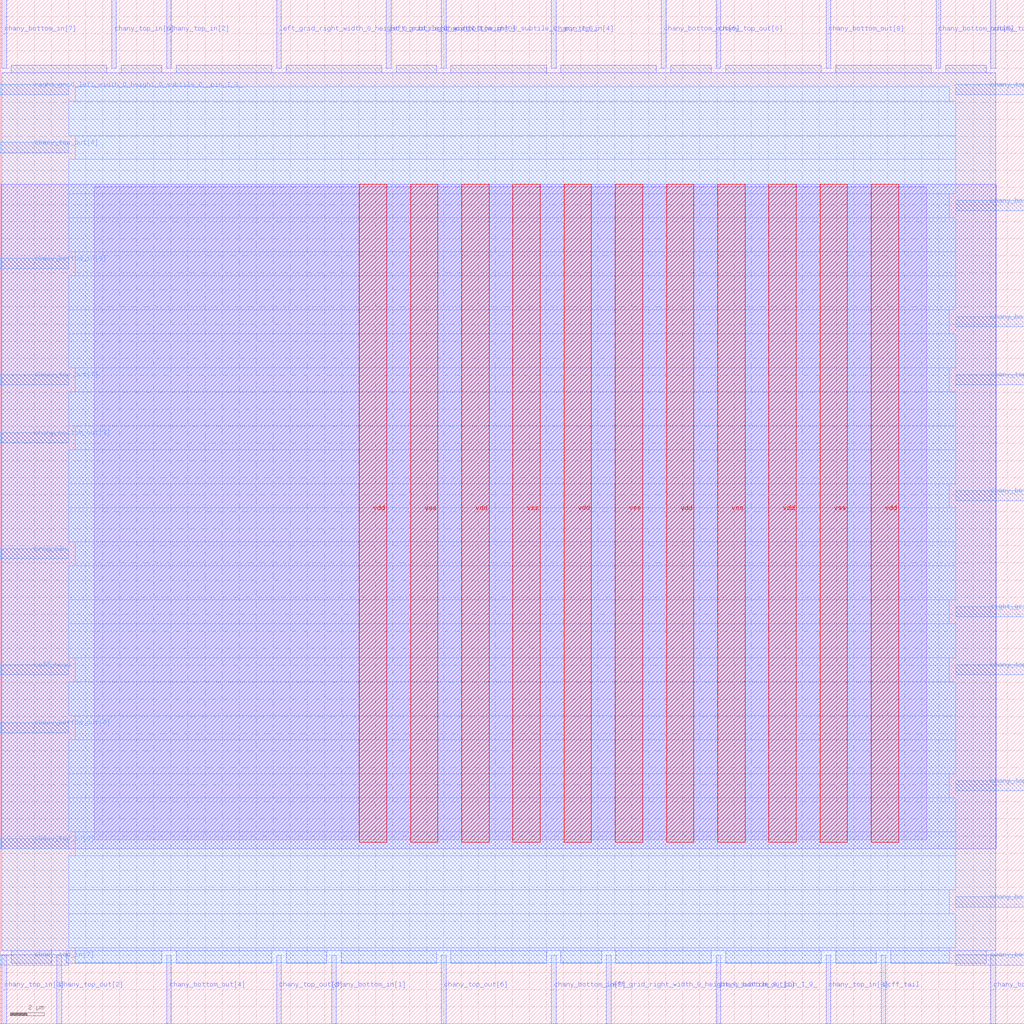
<source format=lef>
VERSION 5.7 ;
  NOWIREEXTENSIONATPIN ON ;
  DIVIDERCHAR "/" ;
  BUSBITCHARS "[]" ;
MACRO cby_1__1_
  CLASS BLOCK ;
  FOREIGN cby_1__1_ ;
  ORIGIN 0.000 0.000 ;
  SIZE 60.000 BY 60.000 ;
  PIN ccff_head
    DIRECTION INPUT ;
    USE SIGNAL ;
    ANTENNAGATEAREA 0.196500 ;
    PORT
      LAYER met3 ;
        RECT 0.000 20.440 4.000 21.040 ;
    END
  END ccff_head
  PIN ccff_tail
    DIRECTION OUTPUT TRISTATE ;
    USE SIGNAL ;
    ANTENNADIFFAREA 0.445500 ;
    PORT
      LAYER met2 ;
        RECT 51.610 0.000 51.890 4.000 ;
    END
  END ccff_tail
  PIN chany_bottom_in[0]
    DIRECTION INPUT ;
    USE SIGNAL ;
    ANTENNAGATEAREA 0.196500 ;
    PORT
      LAYER met2 ;
        RECT 25.850 56.000 26.130 60.000 ;
    END
  END chany_bottom_in[0]
  PIN chany_bottom_in[1]
    DIRECTION INPUT ;
    USE SIGNAL ;
    ANTENNAGATEAREA 0.196500 ;
    PORT
      LAYER met2 ;
        RECT 19.410 0.000 19.690 4.000 ;
    END
  END chany_bottom_in[1]
  PIN chany_bottom_in[2]
    DIRECTION INPUT ;
    USE SIGNAL ;
    ANTENNAGATEAREA 0.196500 ;
    PORT
      LAYER met3 ;
        RECT 56.000 6.840 60.000 7.440 ;
    END
  END chany_bottom_in[2]
  PIN chany_bottom_in[3]
    DIRECTION INPUT ;
    USE SIGNAL ;
    ANTENNAGATEAREA 0.196500 ;
    PORT
      LAYER met3 ;
        RECT 0.000 44.240 4.000 44.840 ;
    END
  END chany_bottom_in[3]
  PIN chany_bottom_in[4]
    DIRECTION INPUT ;
    USE SIGNAL ;
    ANTENNAGATEAREA 0.196500 ;
    PORT
      LAYER met3 ;
        RECT 56.000 3.440 60.000 4.040 ;
    END
  END chany_bottom_in[4]
  PIN chany_bottom_in[5]
    DIRECTION INPUT ;
    USE SIGNAL ;
    ANTENNAGATEAREA 0.196500 ;
    PORT
      LAYER met2 ;
        RECT 58.050 0.000 58.330 4.000 ;
    END
  END chany_bottom_in[5]
  PIN chany_bottom_in[6]
    DIRECTION INPUT ;
    USE SIGNAL ;
    ANTENNAGATEAREA 0.196500 ;
    PORT
      LAYER met3 ;
        RECT 56.000 40.840 60.000 41.440 ;
    END
  END chany_bottom_in[6]
  PIN chany_bottom_in[7]
    DIRECTION INPUT ;
    USE SIGNAL ;
    ANTENNAGATEAREA 0.196500 ;
    PORT
      LAYER met2 ;
        RECT 0.090 56.000 0.370 60.000 ;
    END
  END chany_bottom_in[7]
  PIN chany_bottom_in[8]
    DIRECTION INPUT ;
    USE SIGNAL ;
    ANTENNAGATEAREA 0.196500 ;
    PORT
      LAYER met2 ;
        RECT 32.290 0.000 32.570 4.000 ;
    END
  END chany_bottom_in[8]
  PIN chany_bottom_out[0]
    DIRECTION OUTPUT TRISTATE ;
    USE SIGNAL ;
    ANTENNADIFFAREA 0.795200 ;
    PORT
      LAYER met3 ;
        RECT 0.000 17.040 4.000 17.640 ;
    END
  END chany_bottom_out[0]
  PIN chany_bottom_out[1]
    DIRECTION OUTPUT TRISTATE ;
    USE SIGNAL ;
    ANTENNADIFFAREA 0.795200 ;
    PORT
      LAYER met2 ;
        RECT 41.950 0.000 42.230 4.000 ;
    END
  END chany_bottom_out[1]
  PIN chany_bottom_out[2]
    DIRECTION OUTPUT TRISTATE ;
    USE SIGNAL ;
    ANTENNADIFFAREA 0.445500 ;
    PORT
      LAYER met3 ;
        RECT 56.000 47.640 60.000 48.240 ;
    END
  END chany_bottom_out[2]
  PIN chany_bottom_out[3]
    DIRECTION OUTPUT TRISTATE ;
    USE SIGNAL ;
    ANTENNADIFFAREA 0.795200 ;
    PORT
      LAYER met3 ;
        RECT 0.000 34.040 4.000 34.640 ;
    END
  END chany_bottom_out[3]
  PIN chany_bottom_out[4]
    DIRECTION OUTPUT TRISTATE ;
    USE SIGNAL ;
    ANTENNADIFFAREA 0.795200 ;
    PORT
      LAYER met2 ;
        RECT 9.750 0.000 10.030 4.000 ;
    END
  END chany_bottom_out[4]
  PIN chany_bottom_out[5]
    DIRECTION OUTPUT TRISTATE ;
    USE SIGNAL ;
    ANTENNADIFFAREA 0.795200 ;
    PORT
      LAYER met2 ;
        RECT 54.830 56.000 55.110 60.000 ;
    END
  END chany_bottom_out[5]
  PIN chany_bottom_out[6]
    DIRECTION OUTPUT TRISTATE ;
    USE SIGNAL ;
    ANTENNADIFFAREA 0.795200 ;
    PORT
      LAYER met2 ;
        RECT 38.730 56.000 39.010 60.000 ;
    END
  END chany_bottom_out[6]
  PIN chany_bottom_out[7]
    DIRECTION OUTPUT TRISTATE ;
    USE SIGNAL ;
    ANTENNADIFFAREA 0.445500 ;
    PORT
      LAYER met3 ;
        RECT 56.000 30.640 60.000 31.240 ;
    END
  END chany_bottom_out[7]
  PIN chany_bottom_out[8]
    DIRECTION OUTPUT TRISTATE ;
    USE SIGNAL ;
    ANTENNADIFFAREA 0.795200 ;
    PORT
      LAYER met2 ;
        RECT 48.390 56.000 48.670 60.000 ;
    END
  END chany_bottom_out[8]
  PIN chany_top_in[0]
    DIRECTION INPUT ;
    USE SIGNAL ;
    ANTENNAGATEAREA 0.196500 ;
    PORT
      LAYER met3 ;
        RECT 0.000 10.240 4.000 10.840 ;
    END
  END chany_top_in[0]
  PIN chany_top_in[1]
    DIRECTION INPUT ;
    USE SIGNAL ;
    ANTENNAGATEAREA 0.196500 ;
    PORT
      LAYER met3 ;
        RECT 56.000 54.440 60.000 55.040 ;
    END
  END chany_top_in[1]
  PIN chany_top_in[2]
    DIRECTION INPUT ;
    USE SIGNAL ;
    ANTENNAGATEAREA 0.196500 ;
    PORT
      LAYER met2 ;
        RECT 9.750 56.000 10.030 60.000 ;
    END
  END chany_top_in[2]
  PIN chany_top_in[3]
    DIRECTION INPUT ;
    USE SIGNAL ;
    ANTENNAGATEAREA 0.196500 ;
    PORT
      LAYER met2 ;
        RECT 0.090 0.000 0.370 4.000 ;
    END
  END chany_top_in[3]
  PIN chany_top_in[4]
    DIRECTION INPUT ;
    USE SIGNAL ;
    ANTENNAGATEAREA 0.196500 ;
    PORT
      LAYER met2 ;
        RECT 32.290 56.000 32.570 60.000 ;
    END
  END chany_top_in[4]
  PIN chany_top_in[5]
    DIRECTION INPUT ;
    USE SIGNAL ;
    ANTENNAGATEAREA 0.196500 ;
    PORT
      LAYER met3 ;
        RECT 56.000 37.440 60.000 38.040 ;
    END
  END chany_top_in[5]
  PIN chany_top_in[6]
    DIRECTION INPUT ;
    USE SIGNAL ;
    ANTENNAGATEAREA 0.196500 ;
    PORT
      LAYER met2 ;
        RECT 6.530 56.000 6.810 60.000 ;
    END
  END chany_top_in[6]
  PIN chany_top_in[7]
    DIRECTION INPUT ;
    USE SIGNAL ;
    ANTENNAGATEAREA 0.196500 ;
    PORT
      LAYER met3 ;
        RECT 0.000 3.440 4.000 4.040 ;
    END
  END chany_top_in[7]
  PIN chany_top_in[8]
    DIRECTION INPUT ;
    USE SIGNAL ;
    ANTENNAGATEAREA 0.196500 ;
    PORT
      LAYER met2 ;
        RECT 48.390 0.000 48.670 4.000 ;
    END
  END chany_top_in[8]
  PIN chany_top_out[0]
    DIRECTION OUTPUT TRISTATE ;
    USE SIGNAL ;
    ANTENNADIFFAREA 0.795200 ;
    PORT
      LAYER met2 ;
        RECT 41.950 56.000 42.230 60.000 ;
    END
  END chany_top_out[0]
  PIN chany_top_out[1]
    DIRECTION OUTPUT TRISTATE ;
    USE SIGNAL ;
    ANTENNADIFFAREA 0.445500 ;
    PORT
      LAYER met3 ;
        RECT 56.000 13.640 60.000 14.240 ;
    END
  END chany_top_out[1]
  PIN chany_top_out[2]
    DIRECTION OUTPUT TRISTATE ;
    USE SIGNAL ;
    ANTENNADIFFAREA 0.795200 ;
    PORT
      LAYER met2 ;
        RECT 3.310 0.000 3.590 4.000 ;
    END
  END chany_top_out[2]
  PIN chany_top_out[3]
    DIRECTION OUTPUT TRISTATE ;
    USE SIGNAL ;
    ANTENNADIFFAREA 0.795200 ;
    PORT
      LAYER met2 ;
        RECT 16.190 0.000 16.470 4.000 ;
    END
  END chany_top_out[3]
  PIN chany_top_out[4]
    DIRECTION OUTPUT TRISTATE ;
    USE SIGNAL ;
    ANTENNADIFFAREA 0.795200 ;
    PORT
      LAYER met3 ;
        RECT 0.000 51.040 4.000 51.640 ;
    END
  END chany_top_out[4]
  PIN chany_top_out[5]
    DIRECTION OUTPUT TRISTATE ;
    USE SIGNAL ;
    ANTENNADIFFAREA 0.795200 ;
    PORT
      LAYER met3 ;
        RECT 56.000 20.440 60.000 21.040 ;
    END
  END chany_top_out[5]
  PIN chany_top_out[6]
    DIRECTION OUTPUT TRISTATE ;
    USE SIGNAL ;
    ANTENNADIFFAREA 0.795200 ;
    PORT
      LAYER met2 ;
        RECT 25.850 0.000 26.130 4.000 ;
    END
  END chany_top_out[6]
  PIN chany_top_out[7]
    DIRECTION OUTPUT TRISTATE ;
    USE SIGNAL ;
    ANTENNADIFFAREA 0.795200 ;
    PORT
      LAYER met3 ;
        RECT 0.000 37.440 4.000 38.040 ;
    END
  END chany_top_out[7]
  PIN chany_top_out[8]
    DIRECTION OUTPUT TRISTATE ;
    USE SIGNAL ;
    ANTENNADIFFAREA 0.795200 ;
    PORT
      LAYER met2 ;
        RECT 58.050 56.000 58.330 60.000 ;
    END
  END chany_top_out[8]
  PIN left_grid_right_width_0_height_0_subtile_0__pin_I_1_
    DIRECTION OUTPUT TRISTATE ;
    USE SIGNAL ;
    ANTENNADIFFAREA 0.795200 ;
    PORT
      LAYER met2 ;
        RECT 16.190 56.000 16.470 60.000 ;
    END
  END left_grid_right_width_0_height_0_subtile_0__pin_I_1_
  PIN left_grid_right_width_0_height_0_subtile_0__pin_I_5_
    DIRECTION OUTPUT TRISTATE ;
    USE SIGNAL ;
    ANTENNADIFFAREA 0.795200 ;
    PORT
      LAYER met2 ;
        RECT 22.630 56.000 22.910 60.000 ;
    END
  END left_grid_right_width_0_height_0_subtile_0__pin_I_5_
  PIN left_grid_right_width_0_height_0_subtile_0__pin_I_9_
    DIRECTION OUTPUT TRISTATE ;
    USE SIGNAL ;
    ANTENNADIFFAREA 0.795200 ;
    PORT
      LAYER met2 ;
        RECT 35.510 0.000 35.790 4.000 ;
    END
  END left_grid_right_width_0_height_0_subtile_0__pin_I_9_
  PIN prog_clk
    DIRECTION INPUT ;
    USE SIGNAL ;
    ANTENNAGATEAREA 0.852000 ;
    PORT
      LAYER met3 ;
        RECT 0.000 27.240 4.000 27.840 ;
    END
  END prog_clk
  PIN right_grid_left_width_0_height_0_subtile_0__pin_I_3_
    DIRECTION OUTPUT TRISTATE ;
    USE SIGNAL ;
    ANTENNADIFFAREA 0.795200 ;
    PORT
      LAYER met3 ;
        RECT 0.000 54.440 4.000 55.040 ;
    END
  END right_grid_left_width_0_height_0_subtile_0__pin_I_3_
  PIN right_grid_left_width_0_height_0_subtile_0__pin_I_7_
    DIRECTION OUTPUT TRISTATE ;
    USE SIGNAL ;
    ANTENNADIFFAREA 0.795200 ;
    PORT
      LAYER met3 ;
        RECT 56.000 23.840 60.000 24.440 ;
    END
  END right_grid_left_width_0_height_0_subtile_0__pin_I_7_
  PIN vdd
    DIRECTION INOUT ;
    USE POWER ;
    PORT
      LAYER met4 ;
        RECT 21.040 10.640 22.640 49.200 ;
    END
    PORT
      LAYER met4 ;
        RECT 27.040 10.640 28.640 49.200 ;
    END
    PORT
      LAYER met4 ;
        RECT 33.040 10.640 34.640 49.200 ;
    END
    PORT
      LAYER met4 ;
        RECT 39.040 10.640 40.640 49.200 ;
    END
    PORT
      LAYER met4 ;
        RECT 45.040 10.640 46.640 49.200 ;
    END
    PORT
      LAYER met4 ;
        RECT 51.040 10.640 52.640 49.200 ;
    END
  END vdd
  PIN vss
    DIRECTION INOUT ;
    USE GROUND ;
    PORT
      LAYER met4 ;
        RECT 24.040 10.640 25.640 49.200 ;
    END
    PORT
      LAYER met4 ;
        RECT 30.040 10.640 31.640 49.200 ;
    END
    PORT
      LAYER met4 ;
        RECT 36.040 10.640 37.640 49.200 ;
    END
    PORT
      LAYER met4 ;
        RECT 42.040 10.640 43.640 49.200 ;
    END
    PORT
      LAYER met4 ;
        RECT 48.040 10.640 49.640 49.200 ;
    END
  END vss
  OBS
      LAYER li1 ;
        RECT 5.520 10.795 54.280 49.045 ;
      LAYER met1 ;
        RECT 0.070 10.240 58.350 49.200 ;
      LAYER met2 ;
        RECT 0.650 55.720 6.250 56.170 ;
        RECT 7.090 55.720 9.470 56.170 ;
        RECT 10.310 55.720 15.910 56.170 ;
        RECT 16.750 55.720 22.350 56.170 ;
        RECT 23.190 55.720 25.570 56.170 ;
        RECT 26.410 55.720 32.010 56.170 ;
        RECT 32.850 55.720 38.450 56.170 ;
        RECT 39.290 55.720 41.670 56.170 ;
        RECT 42.510 55.720 48.110 56.170 ;
        RECT 48.950 55.720 54.550 56.170 ;
        RECT 55.390 55.720 57.770 56.170 ;
        RECT 0.100 4.280 58.320 55.720 ;
        RECT 0.650 3.555 3.030 4.280 ;
        RECT 3.870 3.555 9.470 4.280 ;
        RECT 10.310 3.555 15.910 4.280 ;
        RECT 16.750 3.555 19.130 4.280 ;
        RECT 19.970 3.555 25.570 4.280 ;
        RECT 26.410 3.555 32.010 4.280 ;
        RECT 32.850 3.555 35.230 4.280 ;
        RECT 36.070 3.555 41.670 4.280 ;
        RECT 42.510 3.555 48.110 4.280 ;
        RECT 48.950 3.555 51.330 4.280 ;
        RECT 52.170 3.555 57.770 4.280 ;
      LAYER met3 ;
        RECT 4.400 54.040 55.600 54.905 ;
        RECT 4.000 52.040 56.000 54.040 ;
        RECT 4.400 50.640 56.000 52.040 ;
        RECT 4.000 48.640 56.000 50.640 ;
        RECT 4.000 47.240 55.600 48.640 ;
        RECT 4.000 45.240 56.000 47.240 ;
        RECT 4.400 43.840 56.000 45.240 ;
        RECT 4.000 41.840 56.000 43.840 ;
        RECT 4.000 40.440 55.600 41.840 ;
        RECT 4.000 38.440 56.000 40.440 ;
        RECT 4.400 37.040 55.600 38.440 ;
        RECT 4.000 35.040 56.000 37.040 ;
        RECT 4.400 33.640 56.000 35.040 ;
        RECT 4.000 31.640 56.000 33.640 ;
        RECT 4.000 30.240 55.600 31.640 ;
        RECT 4.000 28.240 56.000 30.240 ;
        RECT 4.400 26.840 56.000 28.240 ;
        RECT 4.000 24.840 56.000 26.840 ;
        RECT 4.000 23.440 55.600 24.840 ;
        RECT 4.000 21.440 56.000 23.440 ;
        RECT 4.400 20.040 55.600 21.440 ;
        RECT 4.000 18.040 56.000 20.040 ;
        RECT 4.400 16.640 56.000 18.040 ;
        RECT 4.000 14.640 56.000 16.640 ;
        RECT 4.000 13.240 55.600 14.640 ;
        RECT 4.000 11.240 56.000 13.240 ;
        RECT 4.400 9.840 56.000 11.240 ;
        RECT 4.000 7.840 56.000 9.840 ;
        RECT 4.000 6.440 55.600 7.840 ;
        RECT 4.000 4.440 56.000 6.440 ;
        RECT 4.400 3.575 55.600 4.440 ;
  END
END cby_1__1_
END LIBRARY


</source>
